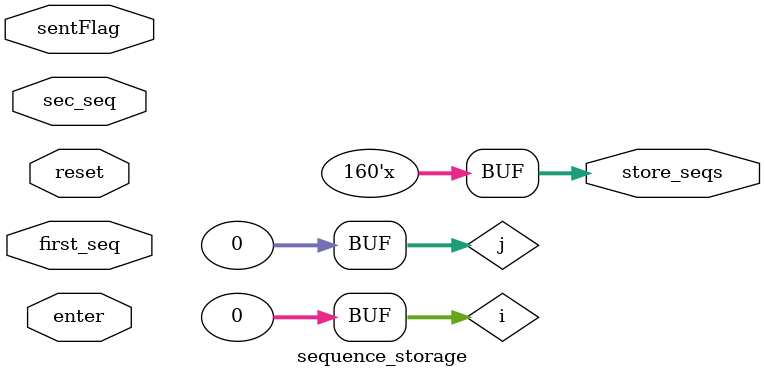
<source format=v>
module sequence_storage(
    input reset, enter, sentFlag,  // Inputs Reset, Enter, and SentFlag
    input [9:0] first_seq, sec_seq,  // Input sequences from sequence separator module
    output reg [159:0] store_seqs  // Output of storage content
    );
    
    integer i = 0, j = 0;
    integer shift_counter;
    reg[159:0] storage;
      
    always @ (sentFlag, enter, reset) begin // Save sequences when flag is signaled
        if (reset) begin
            storage <= {160{1'b1}}; //Assignes 1 to all bits of the storage
            shift_counter <= 1'b0;
        end
        if (shift_counter < 16) begin
            if({first_seq[9],first_seq[8]} != 2'b11) begin // Check if the first sequence is valid
                storage <= (storage << 10) + first_seq; // Saves first sequence in index i of the storage
                shift_counter <= shift_counter+1;
            end
            if ({sec_seq[9],sec_seq[8]} != 2'b11) begin // Check if the second sequence is valid
                storage <= (storage << 10) + sec_seq;  // Saves second sequence in index i of the storage
                shift_counter <= shift_counter+1;
            end
        end
        if (enter) begin
            store_seqs <= storage; // Output storage content
        end
     end
endmodule
</source>
